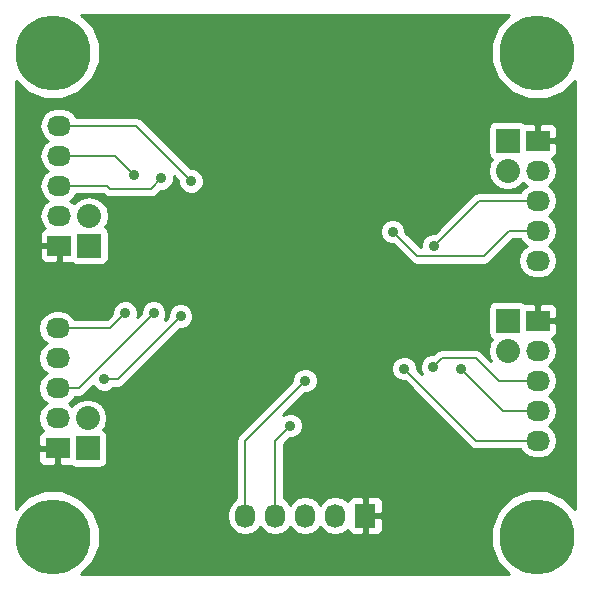
<source format=gbl>
G04 #@! TF.FileFunction,Copper,L2,Bot,Signal*
%FSLAX46Y46*%
G04 Gerber Fmt 4.6, Leading zero omitted, Abs format (unit mm)*
G04 Created by KiCad (PCBNEW (after 2015-mar-04 BZR unknown)-product) date 11/26/2015 10:37:44 PM*
%MOMM*%
G01*
G04 APERTURE LIST*
%ADD10C,0.150000*%
%ADD11C,6.350000*%
%ADD12R,2.032000X1.727200*%
%ADD13O,2.032000X1.727200*%
%ADD14R,1.727200X2.032000*%
%ADD15O,1.727200X2.032000*%
%ADD16R,2.032000X2.032000*%
%ADD17O,2.032000X2.032000*%
%ADD18C,0.889000*%
%ADD19C,0.203200*%
%ADD20C,0.254000*%
G04 APERTURE END LIST*
D10*
D11*
X159000000Y-84000000D03*
X200000000Y-84000000D03*
X159000000Y-125000000D03*
X200000000Y-125000000D03*
D12*
X200025000Y-106680000D03*
D13*
X200025000Y-109220000D03*
X200025000Y-111760000D03*
X200025000Y-114300000D03*
X200025000Y-116840000D03*
D12*
X200025000Y-91440000D03*
D13*
X200025000Y-93980000D03*
X200025000Y-96520000D03*
X200025000Y-99060000D03*
X200025000Y-101600000D03*
D12*
X159512000Y-100330000D03*
D13*
X159512000Y-97790000D03*
X159512000Y-95250000D03*
X159512000Y-92710000D03*
X159512000Y-90170000D03*
D12*
X159385000Y-117475000D03*
D13*
X159385000Y-114935000D03*
X159385000Y-112395000D03*
X159385000Y-109855000D03*
X159385000Y-107315000D03*
D14*
X185420000Y-123190000D03*
D15*
X182880000Y-123190000D03*
X180340000Y-123190000D03*
X177800000Y-123190000D03*
X175260000Y-123190000D03*
D16*
X197485000Y-106680000D03*
D17*
X197485000Y-109220000D03*
D16*
X197485000Y-91440000D03*
D17*
X197485000Y-93980000D03*
D16*
X162052000Y-100330000D03*
D17*
X162052000Y-97790000D03*
D16*
X161925000Y-117475000D03*
D17*
X161925000Y-114935000D03*
D18*
X182118000Y-93218000D03*
X174752000Y-109220000D03*
X185155000Y-104383000D03*
X184912000Y-98806000D03*
X180340000Y-111760000D03*
X188722000Y-110744000D03*
X170688000Y-94869000D03*
X165100000Y-106045000D03*
X179070000Y-115570000D03*
X191135000Y-110617000D03*
X193548000Y-110744000D03*
X191262000Y-100330000D03*
X187753000Y-99140000D03*
X168148000Y-94615000D03*
X165862000Y-94361000D03*
X167513000Y-106045000D03*
X163322000Y-111633000D03*
X169799000Y-106299000D03*
D19*
X185155000Y-104383000D02*
X185166000Y-104394000D01*
X175260000Y-123190000D02*
X175260000Y-116840000D01*
X175260000Y-116840000D02*
X180340000Y-111760000D01*
X200025000Y-116840000D02*
X194818000Y-116840000D01*
X194818000Y-116840000D02*
X188722000Y-110744000D01*
X165989000Y-90170000D02*
X159512000Y-90170000D01*
X170688000Y-94869000D02*
X165989000Y-90170000D01*
X159385000Y-107315000D02*
X163830000Y-107315000D01*
X163830000Y-107315000D02*
X165100000Y-106045000D01*
X177800000Y-123190000D02*
X177800000Y-116840000D01*
X177800000Y-116840000D02*
X179070000Y-115570000D01*
X200025000Y-111760000D02*
X196723000Y-111760000D01*
X191897000Y-109855000D02*
X191135000Y-110617000D01*
X194818000Y-109855000D02*
X191897000Y-109855000D01*
X196723000Y-111760000D02*
X194818000Y-109855000D01*
X200025000Y-114300000D02*
X197104000Y-114300000D01*
X197104000Y-114300000D02*
X193548000Y-110744000D01*
X195072000Y-96520000D02*
X200025000Y-96520000D01*
X191262000Y-100330000D02*
X195072000Y-96520000D01*
X197612000Y-99060000D02*
X200025000Y-99060000D01*
X195453000Y-101219000D02*
X197612000Y-99060000D01*
X189832000Y-101219000D02*
X195453000Y-101219000D01*
X187753000Y-99140000D02*
X189832000Y-101219000D01*
X159512000Y-95250000D02*
X163576000Y-95250000D01*
X167259000Y-95504000D02*
X168148000Y-94615000D01*
X163830000Y-95504000D02*
X167259000Y-95504000D01*
X163576000Y-95250000D02*
X163830000Y-95504000D01*
X159512000Y-92710000D02*
X164211000Y-92710000D01*
X164211000Y-92710000D02*
X165862000Y-94361000D01*
X161163000Y-112395000D02*
X159385000Y-112395000D01*
X167513000Y-106045000D02*
X161163000Y-112395000D01*
X164465000Y-111633000D02*
X163322000Y-111633000D01*
X169799000Y-106299000D02*
X164465000Y-111633000D01*
D20*
G36*
X203174500Y-122607421D02*
X202233043Y-121664320D01*
X201708345Y-121446446D01*
X201708345Y-116840000D01*
X201594271Y-116266511D01*
X201269415Y-115780330D01*
X200954634Y-115570000D01*
X201269415Y-115359670D01*
X201594271Y-114873489D01*
X201708345Y-114300000D01*
X201594271Y-113726511D01*
X201269415Y-113240330D01*
X200954634Y-113030000D01*
X201269415Y-112819670D01*
X201594271Y-112333489D01*
X201708345Y-111760000D01*
X201594271Y-111186511D01*
X201269415Y-110700330D01*
X200954634Y-110490000D01*
X201269415Y-110279670D01*
X201594271Y-109793489D01*
X201708345Y-109220000D01*
X201708345Y-101600000D01*
X201594271Y-101026511D01*
X201269415Y-100540330D01*
X200954634Y-100330000D01*
X201269415Y-100119670D01*
X201594271Y-99633489D01*
X201708345Y-99060000D01*
X201594271Y-98486511D01*
X201269415Y-98000330D01*
X200954634Y-97790000D01*
X201269415Y-97579670D01*
X201594271Y-97093489D01*
X201708345Y-96520000D01*
X201594271Y-95946511D01*
X201269415Y-95460330D01*
X200954634Y-95250000D01*
X201269415Y-95039670D01*
X201594271Y-94553489D01*
X201708345Y-93980000D01*
X201594271Y-93406511D01*
X201269415Y-92920330D01*
X201247219Y-92905499D01*
X201400698Y-92841927D01*
X201579327Y-92663299D01*
X201676000Y-92429910D01*
X201676000Y-92177291D01*
X201676000Y-91725750D01*
X201676000Y-91154250D01*
X201676000Y-90702709D01*
X201676000Y-90450090D01*
X201579327Y-90216701D01*
X201400698Y-90038073D01*
X201167309Y-89941400D01*
X200310750Y-89941400D01*
X200152000Y-90100150D01*
X200152000Y-91313000D01*
X201517250Y-91313000D01*
X201676000Y-91154250D01*
X201676000Y-91725750D01*
X201517250Y-91567000D01*
X200152000Y-91567000D01*
X200152000Y-91587000D01*
X199898000Y-91587000D01*
X199898000Y-91567000D01*
X199878000Y-91567000D01*
X199878000Y-91313000D01*
X199898000Y-91313000D01*
X199898000Y-90100150D01*
X199739250Y-89941400D01*
X198920676Y-89941400D01*
X198750640Y-89826623D01*
X198501000Y-89776560D01*
X196469000Y-89776560D01*
X196226877Y-89823537D01*
X196014073Y-89963327D01*
X195871623Y-90174360D01*
X195821560Y-90424000D01*
X195821560Y-92456000D01*
X195868537Y-92698123D01*
X196008327Y-92910927D01*
X196153860Y-93009163D01*
X195927330Y-93348190D01*
X195801655Y-93980000D01*
X195927330Y-94611810D01*
X196285222Y-95147433D01*
X196820845Y-95505325D01*
X197452655Y-95631000D01*
X197517345Y-95631000D01*
X198149155Y-95505325D01*
X198684778Y-95147433D01*
X198768683Y-95021858D01*
X198780585Y-95039670D01*
X199095365Y-95250000D01*
X198780585Y-95460330D01*
X198564716Y-95783400D01*
X195072000Y-95783400D01*
X194790115Y-95839470D01*
X194551145Y-95999145D01*
X191299757Y-99250532D01*
X191048216Y-99250313D01*
X190651311Y-99414311D01*
X190347378Y-99717714D01*
X190182687Y-100114332D01*
X190182366Y-100482400D01*
X190137109Y-100482400D01*
X188832467Y-99177757D01*
X188832687Y-98926216D01*
X188668689Y-98529311D01*
X188365286Y-98225378D01*
X187968668Y-98060687D01*
X187539216Y-98060313D01*
X187142311Y-98224311D01*
X186838378Y-98527714D01*
X186673687Y-98924332D01*
X186673313Y-99353784D01*
X186837311Y-99750689D01*
X187140714Y-100054622D01*
X187537332Y-100219313D01*
X187790823Y-100219533D01*
X189311145Y-101739855D01*
X189550115Y-101899530D01*
X189832000Y-101955600D01*
X195453000Y-101955600D01*
X195734885Y-101899530D01*
X195973855Y-101739855D01*
X197917110Y-99796600D01*
X198564716Y-99796600D01*
X198780585Y-100119670D01*
X199095365Y-100330000D01*
X198780585Y-100540330D01*
X198455729Y-101026511D01*
X198341655Y-101600000D01*
X198455729Y-102173489D01*
X198780585Y-102659670D01*
X199266766Y-102984526D01*
X199840255Y-103098600D01*
X200209745Y-103098600D01*
X200783234Y-102984526D01*
X201269415Y-102659670D01*
X201594271Y-102173489D01*
X201708345Y-101600000D01*
X201708345Y-109220000D01*
X201594271Y-108646511D01*
X201269415Y-108160330D01*
X201247219Y-108145499D01*
X201400698Y-108081927D01*
X201579327Y-107903299D01*
X201676000Y-107669910D01*
X201676000Y-107417291D01*
X201676000Y-106965750D01*
X201676000Y-106394250D01*
X201676000Y-105942709D01*
X201676000Y-105690090D01*
X201579327Y-105456701D01*
X201400698Y-105278073D01*
X201167309Y-105181400D01*
X200310750Y-105181400D01*
X200152000Y-105340150D01*
X200152000Y-106553000D01*
X201517250Y-106553000D01*
X201676000Y-106394250D01*
X201676000Y-106965750D01*
X201517250Y-106807000D01*
X200152000Y-106807000D01*
X200152000Y-106827000D01*
X199898000Y-106827000D01*
X199898000Y-106807000D01*
X199878000Y-106807000D01*
X199878000Y-106553000D01*
X199898000Y-106553000D01*
X199898000Y-105340150D01*
X199739250Y-105181400D01*
X198920676Y-105181400D01*
X198750640Y-105066623D01*
X198501000Y-105016560D01*
X196469000Y-105016560D01*
X196226877Y-105063537D01*
X196014073Y-105203327D01*
X195871623Y-105414360D01*
X195821560Y-105664000D01*
X195821560Y-107696000D01*
X195868537Y-107938123D01*
X196008327Y-108150927D01*
X196153860Y-108249163D01*
X195927330Y-108588190D01*
X195801655Y-109220000D01*
X195927330Y-109851810D01*
X196069918Y-110065208D01*
X195338855Y-109334145D01*
X195099885Y-109174470D01*
X194818000Y-109118400D01*
X191897000Y-109118400D01*
X191615115Y-109174470D01*
X191376145Y-109334145D01*
X191172757Y-109537532D01*
X190921216Y-109537313D01*
X190524311Y-109701311D01*
X190220378Y-110004714D01*
X190055687Y-110401332D01*
X190055313Y-110830784D01*
X190199533Y-111179823D01*
X189801467Y-110781757D01*
X189801687Y-110530216D01*
X189637689Y-110133311D01*
X189334286Y-109829378D01*
X188937668Y-109664687D01*
X188508216Y-109664313D01*
X188111311Y-109828311D01*
X187807378Y-110131714D01*
X187642687Y-110528332D01*
X187642313Y-110957784D01*
X187806311Y-111354689D01*
X188109714Y-111658622D01*
X188506332Y-111823313D01*
X188759823Y-111823533D01*
X194297145Y-117360855D01*
X194536115Y-117520530D01*
X194536116Y-117520530D01*
X194818000Y-117576600D01*
X198564716Y-117576600D01*
X198780585Y-117899670D01*
X199266766Y-118224526D01*
X199840255Y-118338600D01*
X200209745Y-118338600D01*
X200783234Y-118224526D01*
X201269415Y-117899670D01*
X201594271Y-117413489D01*
X201708345Y-116840000D01*
X201708345Y-121446446D01*
X200786553Y-121063685D01*
X199220318Y-121062318D01*
X197772782Y-121660428D01*
X196664320Y-122766957D01*
X196063685Y-124213447D01*
X196062318Y-125779682D01*
X196660428Y-127227218D01*
X197606058Y-128174500D01*
X186918600Y-128174500D01*
X186918600Y-124332309D01*
X186918600Y-123475750D01*
X186918600Y-122904250D01*
X186918600Y-122047691D01*
X186821927Y-121814302D01*
X186643299Y-121635673D01*
X186409910Y-121539000D01*
X186157291Y-121539000D01*
X185705750Y-121539000D01*
X185547000Y-121697750D01*
X185547000Y-123063000D01*
X186759850Y-123063000D01*
X186918600Y-122904250D01*
X186918600Y-123475750D01*
X186759850Y-123317000D01*
X185547000Y-123317000D01*
X185547000Y-124682250D01*
X185705750Y-124841000D01*
X186157291Y-124841000D01*
X186409910Y-124841000D01*
X186643299Y-124744327D01*
X186821927Y-124565698D01*
X186918600Y-124332309D01*
X186918600Y-128174500D01*
X185293000Y-128174500D01*
X185293000Y-124682250D01*
X185293000Y-123317000D01*
X185273000Y-123317000D01*
X185273000Y-123063000D01*
X185293000Y-123063000D01*
X185293000Y-121697750D01*
X185134250Y-121539000D01*
X184682709Y-121539000D01*
X184430090Y-121539000D01*
X184196701Y-121635673D01*
X184018073Y-121814302D01*
X183954500Y-121967780D01*
X183939670Y-121945585D01*
X183453489Y-121620729D01*
X182880000Y-121506655D01*
X182306511Y-121620729D01*
X181820330Y-121945585D01*
X181610000Y-122260365D01*
X181399670Y-121945585D01*
X180913489Y-121620729D01*
X180340000Y-121506655D01*
X179766511Y-121620729D01*
X179280330Y-121945585D01*
X179070000Y-122260365D01*
X178859670Y-121945585D01*
X178536600Y-121729716D01*
X178536600Y-117145110D01*
X179032242Y-116649467D01*
X179283784Y-116649687D01*
X179680689Y-116485689D01*
X179984622Y-116182286D01*
X180149313Y-115785668D01*
X180149687Y-115356216D01*
X179985689Y-114959311D01*
X179682286Y-114655378D01*
X179285668Y-114490687D01*
X178856216Y-114490313D01*
X178507176Y-114634533D01*
X180302242Y-112839467D01*
X180553784Y-112839687D01*
X180950689Y-112675689D01*
X181254622Y-112372286D01*
X181419313Y-111975668D01*
X181419687Y-111546216D01*
X181255689Y-111149311D01*
X180952286Y-110845378D01*
X180555668Y-110680687D01*
X180126216Y-110680313D01*
X179729311Y-110844311D01*
X179425378Y-111147714D01*
X179260687Y-111544332D01*
X179260466Y-111797823D01*
X174739145Y-116319145D01*
X174579470Y-116558115D01*
X174523400Y-116840000D01*
X174523400Y-121729716D01*
X174200330Y-121945585D01*
X173875474Y-122431766D01*
X173761400Y-123005255D01*
X173761400Y-123374745D01*
X173875474Y-123948234D01*
X174200330Y-124434415D01*
X174686511Y-124759271D01*
X175260000Y-124873345D01*
X175833489Y-124759271D01*
X176319670Y-124434415D01*
X176530000Y-124119634D01*
X176740330Y-124434415D01*
X177226511Y-124759271D01*
X177800000Y-124873345D01*
X178373489Y-124759271D01*
X178859670Y-124434415D01*
X179070000Y-124119634D01*
X179280330Y-124434415D01*
X179766511Y-124759271D01*
X180340000Y-124873345D01*
X180913489Y-124759271D01*
X181399670Y-124434415D01*
X181610000Y-124119634D01*
X181820330Y-124434415D01*
X182306511Y-124759271D01*
X182880000Y-124873345D01*
X183453489Y-124759271D01*
X183939670Y-124434415D01*
X183954500Y-124412219D01*
X184018073Y-124565698D01*
X184196701Y-124744327D01*
X184430090Y-124841000D01*
X184682709Y-124841000D01*
X185134250Y-124841000D01*
X185293000Y-124682250D01*
X185293000Y-128174500D01*
X171767687Y-128174500D01*
X171767687Y-94655216D01*
X171603689Y-94258311D01*
X171300286Y-93954378D01*
X170903668Y-93789687D01*
X170650176Y-93789466D01*
X166509855Y-89649145D01*
X166270885Y-89489470D01*
X165989000Y-89433400D01*
X160972283Y-89433400D01*
X160756415Y-89110330D01*
X160270234Y-88785474D01*
X159696745Y-88671400D01*
X159327255Y-88671400D01*
X158753766Y-88785474D01*
X158267585Y-89110330D01*
X157942729Y-89596511D01*
X157828655Y-90170000D01*
X157942729Y-90743489D01*
X158267585Y-91229670D01*
X158582365Y-91440000D01*
X158267585Y-91650330D01*
X157942729Y-92136511D01*
X157828655Y-92710000D01*
X157942729Y-93283489D01*
X158267585Y-93769670D01*
X158582365Y-93980000D01*
X158267585Y-94190330D01*
X157942729Y-94676511D01*
X157828655Y-95250000D01*
X157942729Y-95823489D01*
X158267585Y-96309670D01*
X158582365Y-96520000D01*
X158267585Y-96730330D01*
X157942729Y-97216511D01*
X157828655Y-97790000D01*
X157942729Y-98363489D01*
X158267585Y-98849670D01*
X158289780Y-98864500D01*
X158136302Y-98928073D01*
X157957673Y-99106701D01*
X157861000Y-99340090D01*
X157861000Y-99592709D01*
X157861000Y-100044250D01*
X158019750Y-100203000D01*
X159385000Y-100203000D01*
X159385000Y-100183000D01*
X159639000Y-100183000D01*
X159639000Y-100203000D01*
X159659000Y-100203000D01*
X159659000Y-100457000D01*
X159639000Y-100457000D01*
X159639000Y-101669850D01*
X159797750Y-101828600D01*
X160616323Y-101828600D01*
X160786360Y-101943377D01*
X161036000Y-101993440D01*
X163068000Y-101993440D01*
X163310123Y-101946463D01*
X163522927Y-101806673D01*
X163665377Y-101595640D01*
X163715440Y-101346000D01*
X163715440Y-99314000D01*
X163668463Y-99071877D01*
X163528673Y-98859073D01*
X163383139Y-98760836D01*
X163609670Y-98421810D01*
X163735345Y-97790000D01*
X163609670Y-97158190D01*
X163251778Y-96622567D01*
X162716155Y-96264675D01*
X162084345Y-96139000D01*
X162019655Y-96139000D01*
X161387845Y-96264675D01*
X160852222Y-96622567D01*
X160768316Y-96748141D01*
X160756415Y-96730330D01*
X160441634Y-96520000D01*
X160756415Y-96309670D01*
X160972283Y-95986600D01*
X163270890Y-95986600D01*
X163309145Y-96024855D01*
X163548115Y-96184530D01*
X163830000Y-96240600D01*
X167259000Y-96240600D01*
X167540885Y-96184530D01*
X167779855Y-96024855D01*
X168110242Y-95694467D01*
X168361784Y-95694687D01*
X168758689Y-95530689D01*
X169062622Y-95227286D01*
X169227313Y-94830668D01*
X169227644Y-94450354D01*
X169608532Y-94831242D01*
X169608313Y-95082784D01*
X169772311Y-95479689D01*
X170075714Y-95783622D01*
X170472332Y-95948313D01*
X170901784Y-95948687D01*
X171298689Y-95784689D01*
X171602622Y-95481286D01*
X171767313Y-95084668D01*
X171767687Y-94655216D01*
X171767687Y-128174500D01*
X170878687Y-128174500D01*
X170878687Y-106085216D01*
X170714689Y-105688311D01*
X170411286Y-105384378D01*
X170014668Y-105219687D01*
X169585216Y-105219313D01*
X169188311Y-105383311D01*
X168884378Y-105686714D01*
X168719687Y-106083332D01*
X168719466Y-106336823D01*
X168447943Y-106608346D01*
X168592313Y-106260668D01*
X168592687Y-105831216D01*
X168428689Y-105434311D01*
X168125286Y-105130378D01*
X167728668Y-104965687D01*
X167299216Y-104965313D01*
X166902311Y-105129311D01*
X166598378Y-105432714D01*
X166433687Y-105829332D01*
X166433466Y-106082823D01*
X166125126Y-106391163D01*
X166179313Y-106260668D01*
X166179687Y-105831216D01*
X166015689Y-105434311D01*
X165712286Y-105130378D01*
X165315668Y-104965687D01*
X164886216Y-104965313D01*
X164489311Y-105129311D01*
X164185378Y-105432714D01*
X164020687Y-105829332D01*
X164020466Y-106082823D01*
X163524890Y-106578400D01*
X160845283Y-106578400D01*
X160629415Y-106255330D01*
X160143234Y-105930474D01*
X159569745Y-105816400D01*
X159385000Y-105816400D01*
X159385000Y-101669850D01*
X159385000Y-100457000D01*
X158019750Y-100457000D01*
X157861000Y-100615750D01*
X157861000Y-101067291D01*
X157861000Y-101319910D01*
X157957673Y-101553299D01*
X158136302Y-101731927D01*
X158369691Y-101828600D01*
X159226250Y-101828600D01*
X159385000Y-101669850D01*
X159385000Y-105816400D01*
X159200255Y-105816400D01*
X158626766Y-105930474D01*
X158140585Y-106255330D01*
X157815729Y-106741511D01*
X157701655Y-107315000D01*
X157815729Y-107888489D01*
X158140585Y-108374670D01*
X158455365Y-108585000D01*
X158140585Y-108795330D01*
X157815729Y-109281511D01*
X157701655Y-109855000D01*
X157815729Y-110428489D01*
X158140585Y-110914670D01*
X158455365Y-111125000D01*
X158140585Y-111335330D01*
X157815729Y-111821511D01*
X157701655Y-112395000D01*
X157815729Y-112968489D01*
X158140585Y-113454670D01*
X158455365Y-113665000D01*
X158140585Y-113875330D01*
X157815729Y-114361511D01*
X157701655Y-114935000D01*
X157815729Y-115508489D01*
X158140585Y-115994670D01*
X158162780Y-116009500D01*
X158009302Y-116073073D01*
X157830673Y-116251701D01*
X157734000Y-116485090D01*
X157734000Y-116737709D01*
X157734000Y-117189250D01*
X157892750Y-117348000D01*
X159258000Y-117348000D01*
X159258000Y-117328000D01*
X159512000Y-117328000D01*
X159512000Y-117348000D01*
X159532000Y-117348000D01*
X159532000Y-117602000D01*
X159512000Y-117602000D01*
X159512000Y-118814850D01*
X159670750Y-118973600D01*
X160489323Y-118973600D01*
X160659360Y-119088377D01*
X160909000Y-119138440D01*
X162941000Y-119138440D01*
X163183123Y-119091463D01*
X163395927Y-118951673D01*
X163538377Y-118740640D01*
X163588440Y-118491000D01*
X163588440Y-116459000D01*
X163541463Y-116216877D01*
X163401673Y-116004073D01*
X163256139Y-115905836D01*
X163482670Y-115566810D01*
X163608345Y-114935000D01*
X163482670Y-114303190D01*
X163124778Y-113767567D01*
X162589155Y-113409675D01*
X161957345Y-113284000D01*
X161892655Y-113284000D01*
X161260845Y-113409675D01*
X160725222Y-113767567D01*
X160641316Y-113893141D01*
X160629415Y-113875330D01*
X160314634Y-113665000D01*
X160629415Y-113454670D01*
X160845283Y-113131600D01*
X161163000Y-113131600D01*
X161444885Y-113075530D01*
X161683855Y-112915855D01*
X162391607Y-112208102D01*
X162406311Y-112243689D01*
X162709714Y-112547622D01*
X163106332Y-112712313D01*
X163535784Y-112712687D01*
X163932689Y-112548689D01*
X164112090Y-112369600D01*
X164465000Y-112369600D01*
X164746885Y-112313530D01*
X164985855Y-112153855D01*
X169761242Y-107378467D01*
X170012784Y-107378687D01*
X170409689Y-107214689D01*
X170713622Y-106911286D01*
X170878313Y-106514668D01*
X170878687Y-106085216D01*
X170878687Y-128174500D01*
X161392578Y-128174500D01*
X162335680Y-127233043D01*
X162936315Y-125786553D01*
X162937682Y-124220318D01*
X162339572Y-122772782D01*
X161233043Y-121664320D01*
X159786553Y-121063685D01*
X159258000Y-121063223D01*
X159258000Y-118814850D01*
X159258000Y-117602000D01*
X157892750Y-117602000D01*
X157734000Y-117760750D01*
X157734000Y-118212291D01*
X157734000Y-118464910D01*
X157830673Y-118698299D01*
X158009302Y-118876927D01*
X158242691Y-118973600D01*
X159099250Y-118973600D01*
X159258000Y-118814850D01*
X159258000Y-121063223D01*
X158220318Y-121062318D01*
X156772782Y-121660428D01*
X155825500Y-122606058D01*
X155825500Y-86392578D01*
X156766957Y-87335680D01*
X158213447Y-87936315D01*
X159779682Y-87937682D01*
X161227218Y-87339572D01*
X162335680Y-86233043D01*
X162936315Y-84786553D01*
X162937682Y-83220318D01*
X162339572Y-81772782D01*
X161393941Y-80825500D01*
X197607421Y-80825500D01*
X196664320Y-81766957D01*
X196063685Y-83213447D01*
X196062318Y-84779682D01*
X196660428Y-86227218D01*
X197766957Y-87335680D01*
X199213447Y-87936315D01*
X200779682Y-87937682D01*
X202227218Y-87339572D01*
X203174500Y-86393941D01*
X203174500Y-122607421D01*
X203174500Y-122607421D01*
G37*
X203174500Y-122607421D02*
X202233043Y-121664320D01*
X201708345Y-121446446D01*
X201708345Y-116840000D01*
X201594271Y-116266511D01*
X201269415Y-115780330D01*
X200954634Y-115570000D01*
X201269415Y-115359670D01*
X201594271Y-114873489D01*
X201708345Y-114300000D01*
X201594271Y-113726511D01*
X201269415Y-113240330D01*
X200954634Y-113030000D01*
X201269415Y-112819670D01*
X201594271Y-112333489D01*
X201708345Y-111760000D01*
X201594271Y-111186511D01*
X201269415Y-110700330D01*
X200954634Y-110490000D01*
X201269415Y-110279670D01*
X201594271Y-109793489D01*
X201708345Y-109220000D01*
X201708345Y-101600000D01*
X201594271Y-101026511D01*
X201269415Y-100540330D01*
X200954634Y-100330000D01*
X201269415Y-100119670D01*
X201594271Y-99633489D01*
X201708345Y-99060000D01*
X201594271Y-98486511D01*
X201269415Y-98000330D01*
X200954634Y-97790000D01*
X201269415Y-97579670D01*
X201594271Y-97093489D01*
X201708345Y-96520000D01*
X201594271Y-95946511D01*
X201269415Y-95460330D01*
X200954634Y-95250000D01*
X201269415Y-95039670D01*
X201594271Y-94553489D01*
X201708345Y-93980000D01*
X201594271Y-93406511D01*
X201269415Y-92920330D01*
X201247219Y-92905499D01*
X201400698Y-92841927D01*
X201579327Y-92663299D01*
X201676000Y-92429910D01*
X201676000Y-92177291D01*
X201676000Y-91725750D01*
X201676000Y-91154250D01*
X201676000Y-90702709D01*
X201676000Y-90450090D01*
X201579327Y-90216701D01*
X201400698Y-90038073D01*
X201167309Y-89941400D01*
X200310750Y-89941400D01*
X200152000Y-90100150D01*
X200152000Y-91313000D01*
X201517250Y-91313000D01*
X201676000Y-91154250D01*
X201676000Y-91725750D01*
X201517250Y-91567000D01*
X200152000Y-91567000D01*
X200152000Y-91587000D01*
X199898000Y-91587000D01*
X199898000Y-91567000D01*
X199878000Y-91567000D01*
X199878000Y-91313000D01*
X199898000Y-91313000D01*
X199898000Y-90100150D01*
X199739250Y-89941400D01*
X198920676Y-89941400D01*
X198750640Y-89826623D01*
X198501000Y-89776560D01*
X196469000Y-89776560D01*
X196226877Y-89823537D01*
X196014073Y-89963327D01*
X195871623Y-90174360D01*
X195821560Y-90424000D01*
X195821560Y-92456000D01*
X195868537Y-92698123D01*
X196008327Y-92910927D01*
X196153860Y-93009163D01*
X195927330Y-93348190D01*
X195801655Y-93980000D01*
X195927330Y-94611810D01*
X196285222Y-95147433D01*
X196820845Y-95505325D01*
X197452655Y-95631000D01*
X197517345Y-95631000D01*
X198149155Y-95505325D01*
X198684778Y-95147433D01*
X198768683Y-95021858D01*
X198780585Y-95039670D01*
X199095365Y-95250000D01*
X198780585Y-95460330D01*
X198564716Y-95783400D01*
X195072000Y-95783400D01*
X194790115Y-95839470D01*
X194551145Y-95999145D01*
X191299757Y-99250532D01*
X191048216Y-99250313D01*
X190651311Y-99414311D01*
X190347378Y-99717714D01*
X190182687Y-100114332D01*
X190182366Y-100482400D01*
X190137109Y-100482400D01*
X188832467Y-99177757D01*
X188832687Y-98926216D01*
X188668689Y-98529311D01*
X188365286Y-98225378D01*
X187968668Y-98060687D01*
X187539216Y-98060313D01*
X187142311Y-98224311D01*
X186838378Y-98527714D01*
X186673687Y-98924332D01*
X186673313Y-99353784D01*
X186837311Y-99750689D01*
X187140714Y-100054622D01*
X187537332Y-100219313D01*
X187790823Y-100219533D01*
X189311145Y-101739855D01*
X189550115Y-101899530D01*
X189832000Y-101955600D01*
X195453000Y-101955600D01*
X195734885Y-101899530D01*
X195973855Y-101739855D01*
X197917110Y-99796600D01*
X198564716Y-99796600D01*
X198780585Y-100119670D01*
X199095365Y-100330000D01*
X198780585Y-100540330D01*
X198455729Y-101026511D01*
X198341655Y-101600000D01*
X198455729Y-102173489D01*
X198780585Y-102659670D01*
X199266766Y-102984526D01*
X199840255Y-103098600D01*
X200209745Y-103098600D01*
X200783234Y-102984526D01*
X201269415Y-102659670D01*
X201594271Y-102173489D01*
X201708345Y-101600000D01*
X201708345Y-109220000D01*
X201594271Y-108646511D01*
X201269415Y-108160330D01*
X201247219Y-108145499D01*
X201400698Y-108081927D01*
X201579327Y-107903299D01*
X201676000Y-107669910D01*
X201676000Y-107417291D01*
X201676000Y-106965750D01*
X201676000Y-106394250D01*
X201676000Y-105942709D01*
X201676000Y-105690090D01*
X201579327Y-105456701D01*
X201400698Y-105278073D01*
X201167309Y-105181400D01*
X200310750Y-105181400D01*
X200152000Y-105340150D01*
X200152000Y-106553000D01*
X201517250Y-106553000D01*
X201676000Y-106394250D01*
X201676000Y-106965750D01*
X201517250Y-106807000D01*
X200152000Y-106807000D01*
X200152000Y-106827000D01*
X199898000Y-106827000D01*
X199898000Y-106807000D01*
X199878000Y-106807000D01*
X199878000Y-106553000D01*
X199898000Y-106553000D01*
X199898000Y-105340150D01*
X199739250Y-105181400D01*
X198920676Y-105181400D01*
X198750640Y-105066623D01*
X198501000Y-105016560D01*
X196469000Y-105016560D01*
X196226877Y-105063537D01*
X196014073Y-105203327D01*
X195871623Y-105414360D01*
X195821560Y-105664000D01*
X195821560Y-107696000D01*
X195868537Y-107938123D01*
X196008327Y-108150927D01*
X196153860Y-108249163D01*
X195927330Y-108588190D01*
X195801655Y-109220000D01*
X195927330Y-109851810D01*
X196069918Y-110065208D01*
X195338855Y-109334145D01*
X195099885Y-109174470D01*
X194818000Y-109118400D01*
X191897000Y-109118400D01*
X191615115Y-109174470D01*
X191376145Y-109334145D01*
X191172757Y-109537532D01*
X190921216Y-109537313D01*
X190524311Y-109701311D01*
X190220378Y-110004714D01*
X190055687Y-110401332D01*
X190055313Y-110830784D01*
X190199533Y-111179823D01*
X189801467Y-110781757D01*
X189801687Y-110530216D01*
X189637689Y-110133311D01*
X189334286Y-109829378D01*
X188937668Y-109664687D01*
X188508216Y-109664313D01*
X188111311Y-109828311D01*
X187807378Y-110131714D01*
X187642687Y-110528332D01*
X187642313Y-110957784D01*
X187806311Y-111354689D01*
X188109714Y-111658622D01*
X188506332Y-111823313D01*
X188759823Y-111823533D01*
X194297145Y-117360855D01*
X194536115Y-117520530D01*
X194536116Y-117520530D01*
X194818000Y-117576600D01*
X198564716Y-117576600D01*
X198780585Y-117899670D01*
X199266766Y-118224526D01*
X199840255Y-118338600D01*
X200209745Y-118338600D01*
X200783234Y-118224526D01*
X201269415Y-117899670D01*
X201594271Y-117413489D01*
X201708345Y-116840000D01*
X201708345Y-121446446D01*
X200786553Y-121063685D01*
X199220318Y-121062318D01*
X197772782Y-121660428D01*
X196664320Y-122766957D01*
X196063685Y-124213447D01*
X196062318Y-125779682D01*
X196660428Y-127227218D01*
X197606058Y-128174500D01*
X186918600Y-128174500D01*
X186918600Y-124332309D01*
X186918600Y-123475750D01*
X186918600Y-122904250D01*
X186918600Y-122047691D01*
X186821927Y-121814302D01*
X186643299Y-121635673D01*
X186409910Y-121539000D01*
X186157291Y-121539000D01*
X185705750Y-121539000D01*
X185547000Y-121697750D01*
X185547000Y-123063000D01*
X186759850Y-123063000D01*
X186918600Y-122904250D01*
X186918600Y-123475750D01*
X186759850Y-123317000D01*
X185547000Y-123317000D01*
X185547000Y-124682250D01*
X185705750Y-124841000D01*
X186157291Y-124841000D01*
X186409910Y-124841000D01*
X186643299Y-124744327D01*
X186821927Y-124565698D01*
X186918600Y-124332309D01*
X186918600Y-128174500D01*
X185293000Y-128174500D01*
X185293000Y-124682250D01*
X185293000Y-123317000D01*
X185273000Y-123317000D01*
X185273000Y-123063000D01*
X185293000Y-123063000D01*
X185293000Y-121697750D01*
X185134250Y-121539000D01*
X184682709Y-121539000D01*
X184430090Y-121539000D01*
X184196701Y-121635673D01*
X184018073Y-121814302D01*
X183954500Y-121967780D01*
X183939670Y-121945585D01*
X183453489Y-121620729D01*
X182880000Y-121506655D01*
X182306511Y-121620729D01*
X181820330Y-121945585D01*
X181610000Y-122260365D01*
X181399670Y-121945585D01*
X180913489Y-121620729D01*
X180340000Y-121506655D01*
X179766511Y-121620729D01*
X179280330Y-121945585D01*
X179070000Y-122260365D01*
X178859670Y-121945585D01*
X178536600Y-121729716D01*
X178536600Y-117145110D01*
X179032242Y-116649467D01*
X179283784Y-116649687D01*
X179680689Y-116485689D01*
X179984622Y-116182286D01*
X180149313Y-115785668D01*
X180149687Y-115356216D01*
X179985689Y-114959311D01*
X179682286Y-114655378D01*
X179285668Y-114490687D01*
X178856216Y-114490313D01*
X178507176Y-114634533D01*
X180302242Y-112839467D01*
X180553784Y-112839687D01*
X180950689Y-112675689D01*
X181254622Y-112372286D01*
X181419313Y-111975668D01*
X181419687Y-111546216D01*
X181255689Y-111149311D01*
X180952286Y-110845378D01*
X180555668Y-110680687D01*
X180126216Y-110680313D01*
X179729311Y-110844311D01*
X179425378Y-111147714D01*
X179260687Y-111544332D01*
X179260466Y-111797823D01*
X174739145Y-116319145D01*
X174579470Y-116558115D01*
X174523400Y-116840000D01*
X174523400Y-121729716D01*
X174200330Y-121945585D01*
X173875474Y-122431766D01*
X173761400Y-123005255D01*
X173761400Y-123374745D01*
X173875474Y-123948234D01*
X174200330Y-124434415D01*
X174686511Y-124759271D01*
X175260000Y-124873345D01*
X175833489Y-124759271D01*
X176319670Y-124434415D01*
X176530000Y-124119634D01*
X176740330Y-124434415D01*
X177226511Y-124759271D01*
X177800000Y-124873345D01*
X178373489Y-124759271D01*
X178859670Y-124434415D01*
X179070000Y-124119634D01*
X179280330Y-124434415D01*
X179766511Y-124759271D01*
X180340000Y-124873345D01*
X180913489Y-124759271D01*
X181399670Y-124434415D01*
X181610000Y-124119634D01*
X181820330Y-124434415D01*
X182306511Y-124759271D01*
X182880000Y-124873345D01*
X183453489Y-124759271D01*
X183939670Y-124434415D01*
X183954500Y-124412219D01*
X184018073Y-124565698D01*
X184196701Y-124744327D01*
X184430090Y-124841000D01*
X184682709Y-124841000D01*
X185134250Y-124841000D01*
X185293000Y-124682250D01*
X185293000Y-128174500D01*
X171767687Y-128174500D01*
X171767687Y-94655216D01*
X171603689Y-94258311D01*
X171300286Y-93954378D01*
X170903668Y-93789687D01*
X170650176Y-93789466D01*
X166509855Y-89649145D01*
X166270885Y-89489470D01*
X165989000Y-89433400D01*
X160972283Y-89433400D01*
X160756415Y-89110330D01*
X160270234Y-88785474D01*
X159696745Y-88671400D01*
X159327255Y-88671400D01*
X158753766Y-88785474D01*
X158267585Y-89110330D01*
X157942729Y-89596511D01*
X157828655Y-90170000D01*
X157942729Y-90743489D01*
X158267585Y-91229670D01*
X158582365Y-91440000D01*
X158267585Y-91650330D01*
X157942729Y-92136511D01*
X157828655Y-92710000D01*
X157942729Y-93283489D01*
X158267585Y-93769670D01*
X158582365Y-93980000D01*
X158267585Y-94190330D01*
X157942729Y-94676511D01*
X157828655Y-95250000D01*
X157942729Y-95823489D01*
X158267585Y-96309670D01*
X158582365Y-96520000D01*
X158267585Y-96730330D01*
X157942729Y-97216511D01*
X157828655Y-97790000D01*
X157942729Y-98363489D01*
X158267585Y-98849670D01*
X158289780Y-98864500D01*
X158136302Y-98928073D01*
X157957673Y-99106701D01*
X157861000Y-99340090D01*
X157861000Y-99592709D01*
X157861000Y-100044250D01*
X158019750Y-100203000D01*
X159385000Y-100203000D01*
X159385000Y-100183000D01*
X159639000Y-100183000D01*
X159639000Y-100203000D01*
X159659000Y-100203000D01*
X159659000Y-100457000D01*
X159639000Y-100457000D01*
X159639000Y-101669850D01*
X159797750Y-101828600D01*
X160616323Y-101828600D01*
X160786360Y-101943377D01*
X161036000Y-101993440D01*
X163068000Y-101993440D01*
X163310123Y-101946463D01*
X163522927Y-101806673D01*
X163665377Y-101595640D01*
X163715440Y-101346000D01*
X163715440Y-99314000D01*
X163668463Y-99071877D01*
X163528673Y-98859073D01*
X163383139Y-98760836D01*
X163609670Y-98421810D01*
X163735345Y-97790000D01*
X163609670Y-97158190D01*
X163251778Y-96622567D01*
X162716155Y-96264675D01*
X162084345Y-96139000D01*
X162019655Y-96139000D01*
X161387845Y-96264675D01*
X160852222Y-96622567D01*
X160768316Y-96748141D01*
X160756415Y-96730330D01*
X160441634Y-96520000D01*
X160756415Y-96309670D01*
X160972283Y-95986600D01*
X163270890Y-95986600D01*
X163309145Y-96024855D01*
X163548115Y-96184530D01*
X163830000Y-96240600D01*
X167259000Y-96240600D01*
X167540885Y-96184530D01*
X167779855Y-96024855D01*
X168110242Y-95694467D01*
X168361784Y-95694687D01*
X168758689Y-95530689D01*
X169062622Y-95227286D01*
X169227313Y-94830668D01*
X169227644Y-94450354D01*
X169608532Y-94831242D01*
X169608313Y-95082784D01*
X169772311Y-95479689D01*
X170075714Y-95783622D01*
X170472332Y-95948313D01*
X170901784Y-95948687D01*
X171298689Y-95784689D01*
X171602622Y-95481286D01*
X171767313Y-95084668D01*
X171767687Y-94655216D01*
X171767687Y-128174500D01*
X170878687Y-128174500D01*
X170878687Y-106085216D01*
X170714689Y-105688311D01*
X170411286Y-105384378D01*
X170014668Y-105219687D01*
X169585216Y-105219313D01*
X169188311Y-105383311D01*
X168884378Y-105686714D01*
X168719687Y-106083332D01*
X168719466Y-106336823D01*
X168447943Y-106608346D01*
X168592313Y-106260668D01*
X168592687Y-105831216D01*
X168428689Y-105434311D01*
X168125286Y-105130378D01*
X167728668Y-104965687D01*
X167299216Y-104965313D01*
X166902311Y-105129311D01*
X166598378Y-105432714D01*
X166433687Y-105829332D01*
X166433466Y-106082823D01*
X166125126Y-106391163D01*
X166179313Y-106260668D01*
X166179687Y-105831216D01*
X166015689Y-105434311D01*
X165712286Y-105130378D01*
X165315668Y-104965687D01*
X164886216Y-104965313D01*
X164489311Y-105129311D01*
X164185378Y-105432714D01*
X164020687Y-105829332D01*
X164020466Y-106082823D01*
X163524890Y-106578400D01*
X160845283Y-106578400D01*
X160629415Y-106255330D01*
X160143234Y-105930474D01*
X159569745Y-105816400D01*
X159385000Y-105816400D01*
X159385000Y-101669850D01*
X159385000Y-100457000D01*
X158019750Y-100457000D01*
X157861000Y-100615750D01*
X157861000Y-101067291D01*
X157861000Y-101319910D01*
X157957673Y-101553299D01*
X158136302Y-101731927D01*
X158369691Y-101828600D01*
X159226250Y-101828600D01*
X159385000Y-101669850D01*
X159385000Y-105816400D01*
X159200255Y-105816400D01*
X158626766Y-105930474D01*
X158140585Y-106255330D01*
X157815729Y-106741511D01*
X157701655Y-107315000D01*
X157815729Y-107888489D01*
X158140585Y-108374670D01*
X158455365Y-108585000D01*
X158140585Y-108795330D01*
X157815729Y-109281511D01*
X157701655Y-109855000D01*
X157815729Y-110428489D01*
X158140585Y-110914670D01*
X158455365Y-111125000D01*
X158140585Y-111335330D01*
X157815729Y-111821511D01*
X157701655Y-112395000D01*
X157815729Y-112968489D01*
X158140585Y-113454670D01*
X158455365Y-113665000D01*
X158140585Y-113875330D01*
X157815729Y-114361511D01*
X157701655Y-114935000D01*
X157815729Y-115508489D01*
X158140585Y-115994670D01*
X158162780Y-116009500D01*
X158009302Y-116073073D01*
X157830673Y-116251701D01*
X157734000Y-116485090D01*
X157734000Y-116737709D01*
X157734000Y-117189250D01*
X157892750Y-117348000D01*
X159258000Y-117348000D01*
X159258000Y-117328000D01*
X159512000Y-117328000D01*
X159512000Y-117348000D01*
X159532000Y-117348000D01*
X159532000Y-117602000D01*
X159512000Y-117602000D01*
X159512000Y-118814850D01*
X159670750Y-118973600D01*
X160489323Y-118973600D01*
X160659360Y-119088377D01*
X160909000Y-119138440D01*
X162941000Y-119138440D01*
X163183123Y-119091463D01*
X163395927Y-118951673D01*
X163538377Y-118740640D01*
X163588440Y-118491000D01*
X163588440Y-116459000D01*
X163541463Y-116216877D01*
X163401673Y-116004073D01*
X163256139Y-115905836D01*
X163482670Y-115566810D01*
X163608345Y-114935000D01*
X163482670Y-114303190D01*
X163124778Y-113767567D01*
X162589155Y-113409675D01*
X161957345Y-113284000D01*
X161892655Y-113284000D01*
X161260845Y-113409675D01*
X160725222Y-113767567D01*
X160641316Y-113893141D01*
X160629415Y-113875330D01*
X160314634Y-113665000D01*
X160629415Y-113454670D01*
X160845283Y-113131600D01*
X161163000Y-113131600D01*
X161444885Y-113075530D01*
X161683855Y-112915855D01*
X162391607Y-112208102D01*
X162406311Y-112243689D01*
X162709714Y-112547622D01*
X163106332Y-112712313D01*
X163535784Y-112712687D01*
X163932689Y-112548689D01*
X164112090Y-112369600D01*
X164465000Y-112369600D01*
X164746885Y-112313530D01*
X164985855Y-112153855D01*
X169761242Y-107378467D01*
X170012784Y-107378687D01*
X170409689Y-107214689D01*
X170713622Y-106911286D01*
X170878313Y-106514668D01*
X170878687Y-106085216D01*
X170878687Y-128174500D01*
X161392578Y-128174500D01*
X162335680Y-127233043D01*
X162936315Y-125786553D01*
X162937682Y-124220318D01*
X162339572Y-122772782D01*
X161233043Y-121664320D01*
X159786553Y-121063685D01*
X159258000Y-121063223D01*
X159258000Y-118814850D01*
X159258000Y-117602000D01*
X157892750Y-117602000D01*
X157734000Y-117760750D01*
X157734000Y-118212291D01*
X157734000Y-118464910D01*
X157830673Y-118698299D01*
X158009302Y-118876927D01*
X158242691Y-118973600D01*
X159099250Y-118973600D01*
X159258000Y-118814850D01*
X159258000Y-121063223D01*
X158220318Y-121062318D01*
X156772782Y-121660428D01*
X155825500Y-122606058D01*
X155825500Y-86392578D01*
X156766957Y-87335680D01*
X158213447Y-87936315D01*
X159779682Y-87937682D01*
X161227218Y-87339572D01*
X162335680Y-86233043D01*
X162936315Y-84786553D01*
X162937682Y-83220318D01*
X162339572Y-81772782D01*
X161393941Y-80825500D01*
X197607421Y-80825500D01*
X196664320Y-81766957D01*
X196063685Y-83213447D01*
X196062318Y-84779682D01*
X196660428Y-86227218D01*
X197766957Y-87335680D01*
X199213447Y-87936315D01*
X200779682Y-87937682D01*
X202227218Y-87339572D01*
X203174500Y-86393941D01*
X203174500Y-122607421D01*
M02*

</source>
